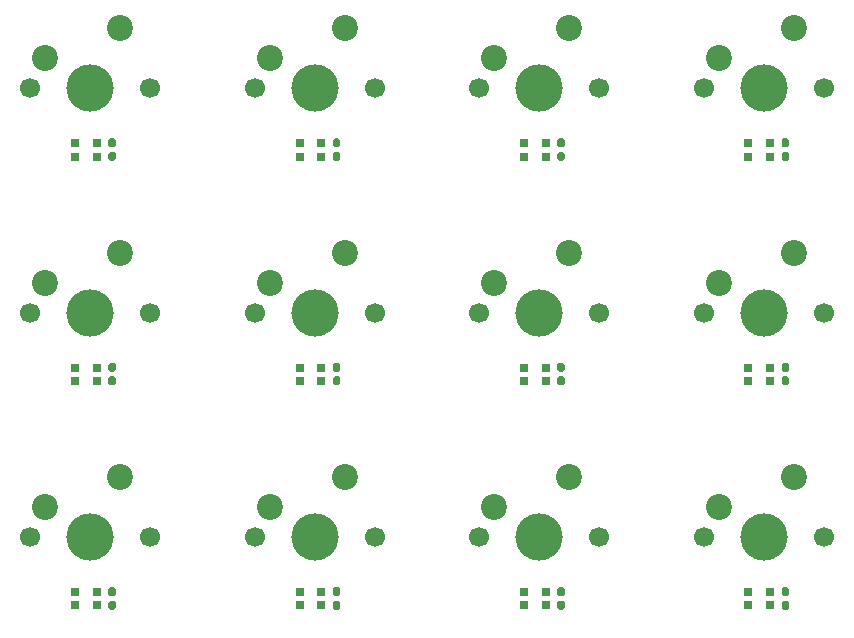
<source format=gbr>
%TF.GenerationSoftware,KiCad,Pcbnew,(5.1.9-0-10_14)*%
%TF.CreationDate,2021-09-25T06:11:46-07:00*%
%TF.ProjectId,MX-KEY-SWITCH-BOARD,4d582d4b-4559-42d5-9357-495443482d42,rev?*%
%TF.SameCoordinates,Original*%
%TF.FileFunction,Soldermask,Top*%
%TF.FilePolarity,Negative*%
%FSLAX46Y46*%
G04 Gerber Fmt 4.6, Leading zero omitted, Abs format (unit mm)*
G04 Created by KiCad (PCBNEW (5.1.9-0-10_14)) date 2021-09-25 06:11:46*
%MOMM*%
%LPD*%
G01*
G04 APERTURE LIST*
%ADD10R,0.700000X0.700000*%
%ADD11C,1.700000*%
%ADD12C,4.000000*%
%ADD13C,2.200000*%
G04 APERTURE END LIST*
D10*
%TO.C,WS12*%
X55780000Y-43760000D03*
X55780000Y-42640000D03*
X57620000Y-42640000D03*
X57620000Y-43760000D03*
%TD*%
%TO.C,WS11*%
X36780000Y-43760000D03*
X36780000Y-42640000D03*
X38620000Y-42640000D03*
X38620000Y-43760000D03*
%TD*%
%TO.C,WS10*%
X17780000Y-43760000D03*
X17780000Y-42640000D03*
X19620000Y-42640000D03*
X19620000Y-43760000D03*
%TD*%
%TO.C,WS9*%
X-1220000Y-43760000D03*
X-1220000Y-42640000D03*
X620000Y-42640000D03*
X620000Y-43760000D03*
%TD*%
%TO.C,WS8*%
X55780000Y-24760000D03*
X55780000Y-23640000D03*
X57620000Y-23640000D03*
X57620000Y-24760000D03*
%TD*%
%TO.C,WS7*%
X36780000Y-24760000D03*
X36780000Y-23640000D03*
X38620000Y-23640000D03*
X38620000Y-24760000D03*
%TD*%
%TO.C,WS6*%
X17780000Y-24760000D03*
X17780000Y-23640000D03*
X19620000Y-23640000D03*
X19620000Y-24760000D03*
%TD*%
%TO.C,WS5*%
X-1220000Y-24760000D03*
X-1220000Y-23640000D03*
X620000Y-23640000D03*
X620000Y-24760000D03*
%TD*%
%TO.C,WS4*%
X55780000Y-5760000D03*
X55780000Y-4640000D03*
X57620000Y-4640000D03*
X57620000Y-5760000D03*
%TD*%
%TO.C,WS3*%
X36780000Y-5760000D03*
X36780000Y-4640000D03*
X38620000Y-4640000D03*
X38620000Y-5760000D03*
%TD*%
%TO.C,WS2*%
X17780000Y-5760000D03*
X17780000Y-4640000D03*
X19620000Y-4640000D03*
X19620000Y-5760000D03*
%TD*%
D11*
%TO.C,SW12*%
X62140000Y-37980000D03*
X51980000Y-37980000D03*
D12*
X57060000Y-37980000D03*
D13*
X53250000Y-35440000D03*
X59600000Y-32900000D03*
%TD*%
D11*
%TO.C,SW11*%
X43140000Y-37980000D03*
X32980000Y-37980000D03*
D12*
X38060000Y-37980000D03*
D13*
X34250000Y-35440000D03*
X40600000Y-32900000D03*
%TD*%
D11*
%TO.C,SW10*%
X24140000Y-37980000D03*
X13980000Y-37980000D03*
D12*
X19060000Y-37980000D03*
D13*
X15250000Y-35440000D03*
X21600000Y-32900000D03*
%TD*%
D11*
%TO.C,SW9*%
X5140000Y-37980000D03*
X-5020000Y-37980000D03*
D12*
X60000Y-37980000D03*
D13*
X-3750000Y-35440000D03*
X2600000Y-32900000D03*
%TD*%
D11*
%TO.C,SW8*%
X62140000Y-18980000D03*
X51980000Y-18980000D03*
D12*
X57060000Y-18980000D03*
D13*
X53250000Y-16440000D03*
X59600000Y-13900000D03*
%TD*%
D11*
%TO.C,SW7*%
X43140000Y-18980000D03*
X32980000Y-18980000D03*
D12*
X38060000Y-18980000D03*
D13*
X34250000Y-16440000D03*
X40600000Y-13900000D03*
%TD*%
D11*
%TO.C,SW6*%
X24140000Y-18980000D03*
X13980000Y-18980000D03*
D12*
X19060000Y-18980000D03*
D13*
X15250000Y-16440000D03*
X21600000Y-13900000D03*
%TD*%
D11*
%TO.C,SW5*%
X5140000Y-18980000D03*
X-5020000Y-18980000D03*
D12*
X60000Y-18980000D03*
D13*
X-3750000Y-16440000D03*
X2600000Y-13900000D03*
%TD*%
D11*
%TO.C,SW4*%
X62140000Y20000D03*
X51980000Y20000D03*
D12*
X57060000Y20000D03*
D13*
X53250000Y2560000D03*
X59600000Y5100000D03*
%TD*%
D11*
%TO.C,SW3*%
X43140000Y20000D03*
X32980000Y20000D03*
D12*
X38060000Y20000D03*
D13*
X34250000Y2560000D03*
X40600000Y5100000D03*
%TD*%
D11*
%TO.C,SW2*%
X24140000Y20000D03*
X13980000Y20000D03*
D12*
X19060000Y20000D03*
D13*
X15250000Y2560000D03*
X21600000Y5100000D03*
%TD*%
%TO.C,D12*%
G36*
G01*
X59060000Y-42982500D02*
X58740000Y-42982500D01*
G75*
G02*
X58580000Y-42822500I0J160000D01*
G01*
X58580000Y-42377500D01*
G75*
G02*
X58740000Y-42217500I160000J0D01*
G01*
X59060000Y-42217500D01*
G75*
G02*
X59220000Y-42377500I0J-160000D01*
G01*
X59220000Y-42822500D01*
G75*
G02*
X59060000Y-42982500I-160000J0D01*
G01*
G37*
G36*
G01*
X59060000Y-44127500D02*
X58740000Y-44127500D01*
G75*
G02*
X58580000Y-43967500I0J160000D01*
G01*
X58580000Y-43522500D01*
G75*
G02*
X58740000Y-43362500I160000J0D01*
G01*
X59060000Y-43362500D01*
G75*
G02*
X59220000Y-43522500I0J-160000D01*
G01*
X59220000Y-43967500D01*
G75*
G02*
X59060000Y-44127500I-160000J0D01*
G01*
G37*
%TD*%
%TO.C,D11*%
G36*
G01*
X40060000Y-42982500D02*
X39740000Y-42982500D01*
G75*
G02*
X39580000Y-42822500I0J160000D01*
G01*
X39580000Y-42377500D01*
G75*
G02*
X39740000Y-42217500I160000J0D01*
G01*
X40060000Y-42217500D01*
G75*
G02*
X40220000Y-42377500I0J-160000D01*
G01*
X40220000Y-42822500D01*
G75*
G02*
X40060000Y-42982500I-160000J0D01*
G01*
G37*
G36*
G01*
X40060000Y-44127500D02*
X39740000Y-44127500D01*
G75*
G02*
X39580000Y-43967500I0J160000D01*
G01*
X39580000Y-43522500D01*
G75*
G02*
X39740000Y-43362500I160000J0D01*
G01*
X40060000Y-43362500D01*
G75*
G02*
X40220000Y-43522500I0J-160000D01*
G01*
X40220000Y-43967500D01*
G75*
G02*
X40060000Y-44127500I-160000J0D01*
G01*
G37*
%TD*%
%TO.C,D10*%
G36*
G01*
X21060000Y-42982500D02*
X20740000Y-42982500D01*
G75*
G02*
X20580000Y-42822500I0J160000D01*
G01*
X20580000Y-42377500D01*
G75*
G02*
X20740000Y-42217500I160000J0D01*
G01*
X21060000Y-42217500D01*
G75*
G02*
X21220000Y-42377500I0J-160000D01*
G01*
X21220000Y-42822500D01*
G75*
G02*
X21060000Y-42982500I-160000J0D01*
G01*
G37*
G36*
G01*
X21060000Y-44127500D02*
X20740000Y-44127500D01*
G75*
G02*
X20580000Y-43967500I0J160000D01*
G01*
X20580000Y-43522500D01*
G75*
G02*
X20740000Y-43362500I160000J0D01*
G01*
X21060000Y-43362500D01*
G75*
G02*
X21220000Y-43522500I0J-160000D01*
G01*
X21220000Y-43967500D01*
G75*
G02*
X21060000Y-44127500I-160000J0D01*
G01*
G37*
%TD*%
%TO.C,D9*%
G36*
G01*
X2060000Y-42982500D02*
X1740000Y-42982500D01*
G75*
G02*
X1580000Y-42822500I0J160000D01*
G01*
X1580000Y-42377500D01*
G75*
G02*
X1740000Y-42217500I160000J0D01*
G01*
X2060000Y-42217500D01*
G75*
G02*
X2220000Y-42377500I0J-160000D01*
G01*
X2220000Y-42822500D01*
G75*
G02*
X2060000Y-42982500I-160000J0D01*
G01*
G37*
G36*
G01*
X2060000Y-44127500D02*
X1740000Y-44127500D01*
G75*
G02*
X1580000Y-43967500I0J160000D01*
G01*
X1580000Y-43522500D01*
G75*
G02*
X1740000Y-43362500I160000J0D01*
G01*
X2060000Y-43362500D01*
G75*
G02*
X2220000Y-43522500I0J-160000D01*
G01*
X2220000Y-43967500D01*
G75*
G02*
X2060000Y-44127500I-160000J0D01*
G01*
G37*
%TD*%
%TO.C,D8*%
G36*
G01*
X59060000Y-23982500D02*
X58740000Y-23982500D01*
G75*
G02*
X58580000Y-23822500I0J160000D01*
G01*
X58580000Y-23377500D01*
G75*
G02*
X58740000Y-23217500I160000J0D01*
G01*
X59060000Y-23217500D01*
G75*
G02*
X59220000Y-23377500I0J-160000D01*
G01*
X59220000Y-23822500D01*
G75*
G02*
X59060000Y-23982500I-160000J0D01*
G01*
G37*
G36*
G01*
X59060000Y-25127500D02*
X58740000Y-25127500D01*
G75*
G02*
X58580000Y-24967500I0J160000D01*
G01*
X58580000Y-24522500D01*
G75*
G02*
X58740000Y-24362500I160000J0D01*
G01*
X59060000Y-24362500D01*
G75*
G02*
X59220000Y-24522500I0J-160000D01*
G01*
X59220000Y-24967500D01*
G75*
G02*
X59060000Y-25127500I-160000J0D01*
G01*
G37*
%TD*%
%TO.C,D7*%
G36*
G01*
X40060000Y-23982500D02*
X39740000Y-23982500D01*
G75*
G02*
X39580000Y-23822500I0J160000D01*
G01*
X39580000Y-23377500D01*
G75*
G02*
X39740000Y-23217500I160000J0D01*
G01*
X40060000Y-23217500D01*
G75*
G02*
X40220000Y-23377500I0J-160000D01*
G01*
X40220000Y-23822500D01*
G75*
G02*
X40060000Y-23982500I-160000J0D01*
G01*
G37*
G36*
G01*
X40060000Y-25127500D02*
X39740000Y-25127500D01*
G75*
G02*
X39580000Y-24967500I0J160000D01*
G01*
X39580000Y-24522500D01*
G75*
G02*
X39740000Y-24362500I160000J0D01*
G01*
X40060000Y-24362500D01*
G75*
G02*
X40220000Y-24522500I0J-160000D01*
G01*
X40220000Y-24967500D01*
G75*
G02*
X40060000Y-25127500I-160000J0D01*
G01*
G37*
%TD*%
%TO.C,D6*%
G36*
G01*
X21060000Y-23982500D02*
X20740000Y-23982500D01*
G75*
G02*
X20580000Y-23822500I0J160000D01*
G01*
X20580000Y-23377500D01*
G75*
G02*
X20740000Y-23217500I160000J0D01*
G01*
X21060000Y-23217500D01*
G75*
G02*
X21220000Y-23377500I0J-160000D01*
G01*
X21220000Y-23822500D01*
G75*
G02*
X21060000Y-23982500I-160000J0D01*
G01*
G37*
G36*
G01*
X21060000Y-25127500D02*
X20740000Y-25127500D01*
G75*
G02*
X20580000Y-24967500I0J160000D01*
G01*
X20580000Y-24522500D01*
G75*
G02*
X20740000Y-24362500I160000J0D01*
G01*
X21060000Y-24362500D01*
G75*
G02*
X21220000Y-24522500I0J-160000D01*
G01*
X21220000Y-24967500D01*
G75*
G02*
X21060000Y-25127500I-160000J0D01*
G01*
G37*
%TD*%
%TO.C,D5*%
G36*
G01*
X2060000Y-23982500D02*
X1740000Y-23982500D01*
G75*
G02*
X1580000Y-23822500I0J160000D01*
G01*
X1580000Y-23377500D01*
G75*
G02*
X1740000Y-23217500I160000J0D01*
G01*
X2060000Y-23217500D01*
G75*
G02*
X2220000Y-23377500I0J-160000D01*
G01*
X2220000Y-23822500D01*
G75*
G02*
X2060000Y-23982500I-160000J0D01*
G01*
G37*
G36*
G01*
X2060000Y-25127500D02*
X1740000Y-25127500D01*
G75*
G02*
X1580000Y-24967500I0J160000D01*
G01*
X1580000Y-24522500D01*
G75*
G02*
X1740000Y-24362500I160000J0D01*
G01*
X2060000Y-24362500D01*
G75*
G02*
X2220000Y-24522500I0J-160000D01*
G01*
X2220000Y-24967500D01*
G75*
G02*
X2060000Y-25127500I-160000J0D01*
G01*
G37*
%TD*%
%TO.C,D4*%
G36*
G01*
X59060000Y-4982500D02*
X58740000Y-4982500D01*
G75*
G02*
X58580000Y-4822500I0J160000D01*
G01*
X58580000Y-4377500D01*
G75*
G02*
X58740000Y-4217500I160000J0D01*
G01*
X59060000Y-4217500D01*
G75*
G02*
X59220000Y-4377500I0J-160000D01*
G01*
X59220000Y-4822500D01*
G75*
G02*
X59060000Y-4982500I-160000J0D01*
G01*
G37*
G36*
G01*
X59060000Y-6127500D02*
X58740000Y-6127500D01*
G75*
G02*
X58580000Y-5967500I0J160000D01*
G01*
X58580000Y-5522500D01*
G75*
G02*
X58740000Y-5362500I160000J0D01*
G01*
X59060000Y-5362500D01*
G75*
G02*
X59220000Y-5522500I0J-160000D01*
G01*
X59220000Y-5967500D01*
G75*
G02*
X59060000Y-6127500I-160000J0D01*
G01*
G37*
%TD*%
%TO.C,D3*%
G36*
G01*
X40060000Y-4982500D02*
X39740000Y-4982500D01*
G75*
G02*
X39580000Y-4822500I0J160000D01*
G01*
X39580000Y-4377500D01*
G75*
G02*
X39740000Y-4217500I160000J0D01*
G01*
X40060000Y-4217500D01*
G75*
G02*
X40220000Y-4377500I0J-160000D01*
G01*
X40220000Y-4822500D01*
G75*
G02*
X40060000Y-4982500I-160000J0D01*
G01*
G37*
G36*
G01*
X40060000Y-6127500D02*
X39740000Y-6127500D01*
G75*
G02*
X39580000Y-5967500I0J160000D01*
G01*
X39580000Y-5522500D01*
G75*
G02*
X39740000Y-5362500I160000J0D01*
G01*
X40060000Y-5362500D01*
G75*
G02*
X40220000Y-5522500I0J-160000D01*
G01*
X40220000Y-5967500D01*
G75*
G02*
X40060000Y-6127500I-160000J0D01*
G01*
G37*
%TD*%
%TO.C,D2*%
G36*
G01*
X21060000Y-4982500D02*
X20740000Y-4982500D01*
G75*
G02*
X20580000Y-4822500I0J160000D01*
G01*
X20580000Y-4377500D01*
G75*
G02*
X20740000Y-4217500I160000J0D01*
G01*
X21060000Y-4217500D01*
G75*
G02*
X21220000Y-4377500I0J-160000D01*
G01*
X21220000Y-4822500D01*
G75*
G02*
X21060000Y-4982500I-160000J0D01*
G01*
G37*
G36*
G01*
X21060000Y-6127500D02*
X20740000Y-6127500D01*
G75*
G02*
X20580000Y-5967500I0J160000D01*
G01*
X20580000Y-5522500D01*
G75*
G02*
X20740000Y-5362500I160000J0D01*
G01*
X21060000Y-5362500D01*
G75*
G02*
X21220000Y-5522500I0J-160000D01*
G01*
X21220000Y-5967500D01*
G75*
G02*
X21060000Y-6127500I-160000J0D01*
G01*
G37*
%TD*%
D10*
%TO.C,WS1*%
X-1220000Y-5760000D03*
X-1220000Y-4640000D03*
X620000Y-4640000D03*
X620000Y-5760000D03*
%TD*%
D11*
%TO.C,SW1*%
X5140000Y20000D03*
X-5020000Y20000D03*
D12*
X60000Y20000D03*
D13*
X-3750000Y2560000D03*
X2600000Y5100000D03*
%TD*%
%TO.C,D1*%
G36*
G01*
X2060000Y-4982500D02*
X1740000Y-4982500D01*
G75*
G02*
X1580000Y-4822500I0J160000D01*
G01*
X1580000Y-4377500D01*
G75*
G02*
X1740000Y-4217500I160000J0D01*
G01*
X2060000Y-4217500D01*
G75*
G02*
X2220000Y-4377500I0J-160000D01*
G01*
X2220000Y-4822500D01*
G75*
G02*
X2060000Y-4982500I-160000J0D01*
G01*
G37*
G36*
G01*
X2060000Y-6127500D02*
X1740000Y-6127500D01*
G75*
G02*
X1580000Y-5967500I0J160000D01*
G01*
X1580000Y-5522500D01*
G75*
G02*
X1740000Y-5362500I160000J0D01*
G01*
X2060000Y-5362500D01*
G75*
G02*
X2220000Y-5522500I0J-160000D01*
G01*
X2220000Y-5967500D01*
G75*
G02*
X2060000Y-6127500I-160000J0D01*
G01*
G37*
%TD*%
M02*

</source>
